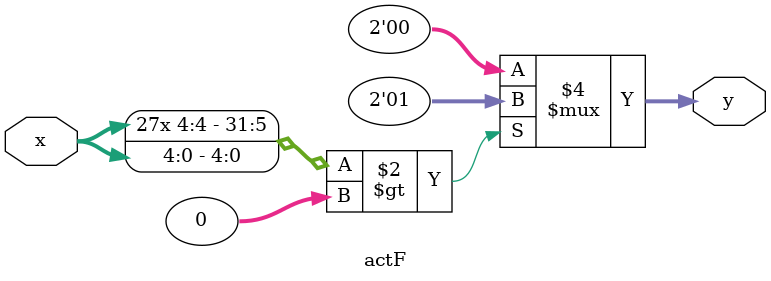
<source format=v>
`timescale 1ns / 1ps

module actF(y,x

    );
    output reg [1:0]y;
    input [4:0]x;
    
    
always @(*) 
begin
    if ($signed(x) > $signed(0))
    y=1; 
    else 
    y=$signed(0);
    end
endmodule 
</source>
